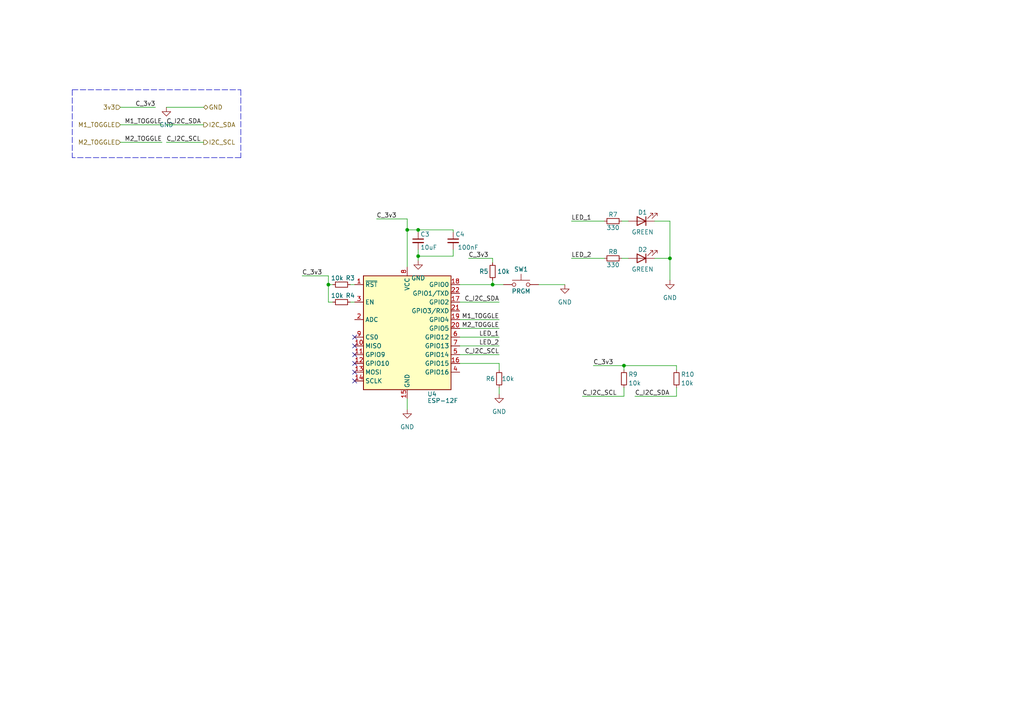
<source format=kicad_sch>
(kicad_sch (version 20211123) (generator eeschema)
  (paper "A4")
  (lib_symbols
    (symbol "Device:C_Small" (pin_numbers hide) (pin_names (offset 0.254) hide)
      (property "Reference" "C" (at 0.254 1.778 0))
      (property "Value" "C_Small" (at 0.254 -2.032 0))
      (symbol "C_Small_0_1"
        (polyline (pts (xy -1.524 -0.508) (xy 1.524 -0.508)) (stroke (width 0.3302)))
        (polyline (pts (xy -1.524 0.508) (xy 1.524 0.508)) (stroke (width 0.3048)))
      )
      (symbol "C_Small_1_1"
        (pin passive line (at 0 2.54 270) (length 2.032) (name "~") (number "1"))
        (pin passive line (at 0 -2.54 90) (length 2.032) (name "~") (number "2"))
      )
    )
    (symbol "Device:LED" (pin_numbers hide) (pin_names (offset 1.016) hide)
      (property "Reference" "D" (at 0 2.54 0))
      (property "Value" "LED" (at 0 -2.54 0))
      (symbol "LED_0_1"
        (polyline (pts (xy -1.27 -1.27) (xy -1.27 1.27)) (stroke (width 0.254)))
        (polyline (pts (xy -1.27 0) (xy 1.27 0)))
        (polyline (pts (xy 1.27 -1.27) (xy 1.27 1.27) (xy -1.27 0) (xy 1.27 -1.27)) (stroke (width 0.254)))
        (polyline (pts (xy -3.048 -0.762) (xy -4.572 -2.286) (xy -3.81 -2.286) (xy -4.572 -2.286) (xy -4.572 -1.524)))
        (polyline (pts (xy -1.778 -0.762) (xy -3.302 -2.286) (xy -2.54 -2.286) (xy -3.302 -2.286) (xy -3.302 -1.524)))
      )
      (symbol "LED_1_1"
        (pin passive line (at -3.81 0 0) (length 2.54) (name "K") (number "1"))
        (pin passive line (at 3.81 0 180) (length 2.54) (name "A") (number "2"))
      )
    )
    (symbol "Device:R_Small" (pin_numbers hide) (pin_names (offset 0.254) hide)
      (property "Reference" "R" (at 0.762 0.508 0))
      (property "Value" "R_Small" (at 0.762 -1.016 0))
      (symbol "R_Small_0_1"
        (rectangle (start -0.762 1.778) (end 0.762 -1.778) (stroke (width 0.2032)))
      )
      (symbol "R_Small_1_1"
        (pin passive line (at 0 2.54 270) (length 0.762) (name "~") (number "1"))
        (pin passive line (at 0 -2.54 90) (length 0.762) (name "~") (number "2"))
      )
    )
    (symbol "RF_Module:ESP-12F"
      (property "Reference" "U" (at -12.7 19.05 0))
      (property "Value" "ESP-12F" (at 12.7 19.05 0))
      (symbol "ESP-12F_0_1"
        (rectangle (start -12.7 17.78) (end 12.7 -15.24) (stroke (width 0.254)) (fill (type background)))
      )
      (symbol "ESP-12F_1_1"
        (pin input line (at -15.24 15.24 0) (length 2.54) (name "~{RST}") (number "1"))
        (pin bidirectional line (at -15.24 -2.54 0) (length 2.54) (name "MISO") (number "10"))
        (pin bidirectional line (at -15.24 -5.08 0) (length 2.54) (name "GPIO9") (number "11"))
        (pin bidirectional line (at -15.24 -7.62 0) (length 2.54) (name "GPIO10") (number "12"))
        (pin bidirectional line (at -15.24 -10.16 0) (length 2.54) (name "MOSI") (number "13"))
        (pin bidirectional line (at -15.24 -12.7 0) (length 2.54) (name "SCLK") (number "14"))
        (pin power_in line (at 0 -17.78 90) (length 2.54) (name "GND") (number "15"))
        (pin bidirectional line (at 15.24 -7.62 180) (length 2.54) (name "GPIO15") (number "16"))
        (pin bidirectional line (at 15.24 10.16 180) (length 2.54) (name "GPIO2") (number "17"))
        (pin bidirectional line (at 15.24 15.24 180) (length 2.54) (name "GPIO0") (number "18"))
        (pin bidirectional line (at 15.24 5.08 180) (length 2.54) (name "GPIO4") (number "19"))
        (pin input line (at -15.24 5.08 0) (length 2.54) (name "ADC") (number "2"))
        (pin bidirectional line (at 15.24 2.54 180) (length 2.54) (name "GPIO5") (number "20"))
        (pin bidirectional line (at 15.24 7.62 180) (length 2.54) (name "GPIO3/RXD") (number "21"))
        (pin bidirectional line (at 15.24 12.7 180) (length 2.54) (name "GPIO1/TXD") (number "22"))
        (pin input line (at -15.24 10.16 0) (length 2.54) (name "EN") (number "3"))
        (pin bidirectional line (at 15.24 -10.16 180) (length 2.54) (name "GPIO16") (number "4"))
        (pin bidirectional line (at 15.24 -5.08 180) (length 2.54) (name "GPIO14") (number "5"))
        (pin bidirectional line (at 15.24 0 180) (length 2.54) (name "GPIO12") (number "6"))
        (pin bidirectional line (at 15.24 -2.54 180) (length 2.54) (name "GPIO13") (number "7"))
        (pin power_in line (at 0 20.32 270) (length 2.54) (name "VCC") (number "8"))
        (pin input line (at -15.24 0 0) (length 2.54) (name "CS0") (number "9"))
      )
    )
    (symbol "Switch:SW_Push" (pin_numbers hide) (pin_names (offset 1.016) hide)
      (property "Reference" "SW" (at 1.27 2.54 0))
      (property "Value" "SW_Push" (at 0 -1.524 0))
      (symbol "SW_Push_0_1"
        (circle (center -2.032 0) (radius 0.508))
        (polyline (pts (xy 0 1.27) (xy 0 3.048)))
        (polyline (pts (xy 2.54 1.27) (xy -2.54 1.27)))
        (circle (center 2.032 0) (radius 0.508))
        (pin passive line (at -5.08 0 0) (length 2.54) (name "1") (number "1"))
        (pin passive line (at 5.08 0 180) (length 2.54) (name "2") (number "2"))
      )
    )
    (symbol "power:GND" (power) (pin_names (offset 0))
      (property "Value" "GND" (at 0 -3.81 0))
      (symbol "GND_0_1"
        (polyline (pts (xy 0 0) (xy 0 -1.27) (xy 1.27 -1.27) (xy 0 -2.54) (xy -1.27 -1.27) (xy 0 -1.27)))
      )
      (symbol "GND_1_1"
        (pin power_in line (at 0 0 270) (length 0) hide (name "GND") (number "1"))
      )
    )
  )
  (junction (at 118.11 66.675))
  (junction (at 180.975 106.045))
  (junction (at 142.875 82.55))
  (junction (at 121.285 74.295))
  (junction (at 95.25 82.55))
  (junction (at 194.31 74.93))
  (junction (at 121.285 66.675))
  (no_connect (at 102.87 110.49))
  (no_connect (at 102.87 97.79))
  (no_connect (at 102.87 107.95))
  (no_connect (at 102.87 105.41))
  (no_connect (at 102.87 100.33))
  (no_connect (at 102.87 102.87))
  (wire (pts (xy 180.34 74.93) (xy 182.245 74.93)))
  (wire (pts (xy 142.875 74.93) (xy 142.875 76.2)))
  (wire (pts (xy 144.78 112.395) (xy 144.78 114.3)))
  (wire (pts (xy 165.735 64.135) (xy 175.26 64.135)))
  (wire (pts (xy 101.6 82.55) (xy 102.87 82.55)))
  (polyline (pts (xy 69.85 26.035) (xy 69.85 45.72)))
  (wire (pts (xy 48.26 41.275) (xy 59.055 41.275)))
  (wire (pts (xy 135.89 74.93) (xy 142.875 74.93)))
  (wire (pts (xy 165.735 74.93) (xy 175.26 74.93)))
  (polyline (pts (xy 69.85 45.72) (xy 20.955 45.72)))
  (wire (pts (xy 131.445 72.39) (xy 131.445 74.295)))
  (wire (pts (xy 34.925 31.115) (xy 45.085 31.115)))
  (wire (pts (xy 121.285 66.675) (xy 121.285 67.31)))
  (wire (pts (xy 87.63 80.01) (xy 95.25 80.01)))
  (wire (pts (xy 133.35 87.63) (xy 144.78 87.63)))
  (wire (pts (xy 118.11 66.675) (xy 121.285 66.675)))
  (wire (pts (xy 133.35 105.41) (xy 144.78 105.41)))
  (wire (pts (xy 180.34 64.135) (xy 182.245 64.135)))
  (wire (pts (xy 95.25 80.01) (xy 95.25 82.55)))
  (wire (pts (xy 172.085 106.045) (xy 180.975 106.045)))
  (wire (pts (xy 48.26 31.115) (xy 59.055 31.115)))
  (wire (pts (xy 196.215 106.045) (xy 196.215 107.315)))
  (wire (pts (xy 121.285 74.295) (xy 131.445 74.295)))
  (wire (pts (xy 189.865 64.135) (xy 194.31 64.135)))
  (wire (pts (xy 34.925 41.275) (xy 46.99 41.275)))
  (wire (pts (xy 133.35 82.55) (xy 142.875 82.55)))
  (wire (pts (xy 168.91 114.935) (xy 180.975 114.935)))
  (wire (pts (xy 133.35 100.33) (xy 144.78 100.33)))
  (polyline (pts (xy 20.955 26.035) (xy 69.85 26.035)))
  (wire (pts (xy 118.11 63.5) (xy 118.11 66.675)))
  (wire (pts (xy 180.975 106.045) (xy 180.975 107.315)))
  (wire (pts (xy 121.285 74.295) (xy 121.285 75.565)))
  (wire (pts (xy 101.6 87.63) (xy 102.87 87.63)))
  (wire (pts (xy 194.31 74.93) (xy 194.31 81.28)))
  (wire (pts (xy 189.865 74.93) (xy 194.31 74.93)))
  (wire (pts (xy 133.35 95.25) (xy 144.78 95.25)))
  (wire (pts (xy 142.875 81.28) (xy 142.875 82.55)))
  (wire (pts (xy 156.21 82.55) (xy 163.83 82.55)))
  (wire (pts (xy 133.35 97.79) (xy 144.78 97.79)))
  (wire (pts (xy 118.11 115.57) (xy 118.11 118.745)))
  (wire (pts (xy 180.975 112.395) (xy 180.975 114.935)))
  (wire (pts (xy 121.285 66.675) (xy 131.445 66.675)))
  (wire (pts (xy 96.52 82.55) (xy 95.25 82.55)))
  (wire (pts (xy 95.25 87.63) (xy 95.25 82.55)))
  (wire (pts (xy 121.285 72.39) (xy 121.285 74.295)))
  (wire (pts (xy 133.35 102.87) (xy 144.78 102.87)))
  (wire (pts (xy 180.975 106.045) (xy 196.215 106.045)))
  (wire (pts (xy 194.31 64.135) (xy 194.31 74.93)))
  (wire (pts (xy 34.925 36.195) (xy 46.99 36.195)))
  (wire (pts (xy 133.35 92.71) (xy 144.78 92.71)))
  (wire (pts (xy 118.11 66.675) (xy 118.11 77.47)))
  (wire (pts (xy 131.445 66.675) (xy 131.445 67.31)))
  (wire (pts (xy 144.78 105.41) (xy 144.78 107.315)))
  (polyline (pts (xy 20.955 26.035) (xy 20.955 45.72)))
  (wire (pts (xy 109.22 63.5) (xy 118.11 63.5)))
  (wire (pts (xy 96.52 87.63) (xy 95.25 87.63)))
  (wire (pts (xy 48.26 36.195) (xy 59.055 36.195)))
  (wire (pts (xy 196.215 112.395) (xy 196.215 114.935)))
  (wire (pts (xy 142.875 82.55) (xy 146.05 82.55)))
  (wire (pts (xy 184.15 114.935) (xy 196.215 114.935)))
  (label "C_I2C_SCL" (at 168.91 114.935 0))
  (label "LED_1" (at 144.78 97.79 180))
  (label "C_3v3" (at 135.89 74.93 0))
  (label "M1_TOGGLE" (at 144.78 92.71 180))
  (label "M2_TOGGLE" (at 144.78 95.25 180))
  (label "LED_2" (at 144.78 100.33 180))
  (label "C_I2C_SDA" (at 184.15 114.935 0))
  (label "C_3v3" (at 172.085 106.045 0))
  (label "C_3v3" (at 109.22 63.5 0))
  (label "C_I2C_SCL" (at 144.78 102.87 180))
  (label "M1_TOGGLE" (at 46.99 36.195 180))
  (label "C_3v3" (at 87.63 80.01 0))
  (label "C_I2C_SDA" (at 144.78 87.63 180))
  (label "M2_TOGGLE" (at 46.99 41.275 180))
  (label "C_I2C_SCL" (at 48.26 41.275 0))
  (label "LED_1" (at 165.735 64.135 0))
  (label "LED_2" (at 165.735 74.93 0))
  (label "C_I2C_SDA" (at 48.26 36.195 0))
  (label "C_3v3" (at 45.085 31.115 180))
  (hierarchical_label "M2_TOGGLE" (shape input) (at 34.925 41.275 180))
  (hierarchical_label "I2C_SDA" (shape output) (at 59.055 36.195 0))
  (hierarchical_label "M1_TOGGLE" (shape input) (at 34.925 36.195 180))
  (hierarchical_label "I2C_SCL" (shape output) (at 59.055 41.275 0))
  (hierarchical_label "3v3" (shape input) (at 34.925 31.115 180))
  (hierarchical_label "GND" (shape bidirectional) (at 59.055 31.115 0))
  (symbol (lib_id "Device:R_Small") (at 180.975 109.855 0) (unit 1)
    (property "Reference" "R9" (at 182.245 108.5849 0) (effects (justify left)))
    (property "Value" "10k" (at 182.245 111.1249 0) (effects (justify left)))
    (property "Footprint" "Resistor_SMD:R_0603_1608Metric" (effects hide))
    (property "LCSC Part Number" "C99198" (effects hide))
    (property "Manufacturer" "YAGEO" (effects hide))
    (property "Manufacturer Part Number" "RC0603JR-0710KL" (effects hide))
  )
  (symbol (lib_id "RF_Module:ESP-12F") (at 118.11 97.79 0) (unit 1)
    (property "Reference" "U4" (at 123.9394 114.3 0) (effects (justify left)))
    (property "Value" "ESP-12F" (at 123.9394 116.205 0) (effects (justify left)))
    (property "Footprint" "RF_Module:ESP-12E" (effects hide))
    (property "Datasheet" "http://wiki.ai-thinker.com/_media/esp8266/esp8266_series_modules_user_manual_v1.1.pdf" (effects hide))
    (property "LCSC Part Number" "C82891" (effects hide))
    (property "Manufacturer" "Ai-Thinker" (effects hide))
    (property "Manufacturer Part Number" "ESP-12F(ESP8266MOD)" (effects hide))
  )
  (symbol (lib_id "Device:C_Small") (at 131.445 69.85 0) (unit 1)
    (property "Reference" "C4" (at 132.08 67.9512 0) (effects (justify left)))
    (property "Value" "100nF" (at 132.715 71.7612 0) (effects (justify left)))
    (property "Footprint" "Capacitor_SMD:C_0603_1608Metric" (effects hide))
    (property "LCSC Part Number" "C30926" (effects hide))
    (property "Manufacturer" "FH (Guangdong Fenghua Advanced Tech)" (effects hide))
    (property "Manufacturer Part Number" "0603B104K500NT" (effects hide))
  )
  (symbol (lib_id "Device:R_Small") (at 99.06 87.63 90) (unit 1)
    (property "Reference" "R4" (at 101.6 85.725 90))
    (property "Value" "10k" (at 97.79 85.725 90))
    (property "Footprint" "Resistor_SMD:R_0603_1608Metric" (effects hide))
    (property "LCSC Part Number" "C99198" (effects hide))
    (property "Manufacturer" "YAGEO" (effects hide))
    (property "Manufacturer Part Number" "RC0603JR-0710KL" (effects hide))
  )
  (symbol (lib_id "Device:R_Small") (at 177.8 74.93 90) (unit 1)
    (property "Reference" "R8" (at 177.8 73.025 90))
    (property "Value" "330" (at 177.8 76.835 90))
    (property "Footprint" "Resistor_SMD:R_0603_1608Metric" (effects hide))
    (property "LCSC Part Number" "C25229" (effects hide))
    (property "Manufacturer" "UNI-ROYAL(Uniroyal Elec)" (effects hide))
    (property "Manufacturer Part Number" "0603WAJ0301T5E" (effects hide))
  )
  (symbol (lib_id "Device:C_Small") (at 121.285 69.85 0) (unit 1)
    (property "Reference" "C3" (at 121.92 67.9512 0) (effects (justify left)))
    (property "Value" "10uF" (at 121.92 71.7612 0) (effects (justify left)))
    (property "Footprint" "Capacitor_SMD:C_0603_1608Metric" (effects hide))
    (property "LCSC Part Number" "C100042" (effects hide))
    (property "Manufacturer" "YAGEO" (effects hide))
    (property "Manufacturer Part Number" "CC0603KRX7R9BB103" (effects hide))
  )
  (symbol (lib_id "power:GND") (at 121.285 75.565 0) (unit 1)
    (property "Reference" "#PWR014" (effects hide))
    (property "Value" "GND" (at 121.285 80.645 0))
  )
  (symbol (lib_id "power:GND") (at 118.11 118.745 0) (unit 1)
    (property "Reference" "#PWR013" (effects hide))
    (property "Value" "GND" (at 118.11 123.825 0))
  )
  (symbol (lib_id "Device:R_Small") (at 177.8 64.135 90) (unit 1)
    (property "Reference" "R7" (at 177.8 62.23 90))
    (property "Value" "330" (at 177.8 66.04 90))
    (property "Footprint" "Resistor_SMD:R_0603_1608Metric" (effects hide))
    (property "LCSC Part Number" "C25229" (effects hide))
    (property "Manufacturer" "UNI-ROYAL(Uniroyal Elec)" (effects hide))
    (property "Manufacturer Part Number" "0603WAJ0301T5E" (effects hide))
  )
  (symbol (lib_id "Device:R_Small") (at 99.06 82.55 90) (unit 1)
    (property "Reference" "R3" (at 101.6 80.645 90))
    (property "Value" "10k" (at 97.79 80.645 90))
    (property "Footprint" "Resistor_SMD:R_0603_1608Metric" (effects hide))
    (property "LCSC Part Number" "C99198" (effects hide))
    (property "Manufacturer" "YAGEO" (effects hide))
    (property "Manufacturer Part Number" "RC0603JR-0710KL" (effects hide))
  )
  (symbol (lib_id "Device:LED") (at 186.055 64.135 180) (unit 1)
    (property "Reference" "D1" (at 186.3725 61.595 0))
    (property "Value" "GREEN" (at 186.3725 67.31 0))
    (property "Footprint" "LED_SMD:LED_0805_2012Metric" (effects hide))
    (property "LCSC Part Number" "C434432" (effects hide))
    (property "Manufacturer" "Yongyu Photoelectric" (effects hide))
    (property "Manufacturer Part Number" "SZYY0805G" (effects hide))
  )
  (symbol (lib_id "Device:LED") (at 186.055 74.93 180) (unit 1)
    (property "Reference" "D2" (at 186.3725 72.39 0))
    (property "Value" "GREEN" (at 186.3725 78.105 0))
    (property "Footprint" "LED_SMD:LED_0805_2012Metric" (effects hide))
    (property "LCSC Part Number" "C434432" (effects hide))
    (property "Manufacturer" "Yongyu Photoelectric" (effects hide))
    (property "Manufacturer Part Number" "SZYY0805G" (effects hide))
  )
  (symbol (lib_id "power:GND") (at 194.31 81.28 0) (unit 1)
    (property "Reference" "#PWR017" (effects hide))
    (property "Value" "GND" (at 194.31 86.36 0))
  )
  (symbol (lib_id "Switch:SW_Push") (at 151.13 82.55 0) (unit 1)
    (property "Reference" "SW1" (at 151.13 78.105 0))
    (property "Value" "PRGM" (at 151.13 84.455 0))
    (property "Footprint" "Library:TS-1187A-B-A-B" (effects hide))
    (property "LCSC Part Number" "C318884" (effects hide))
    (property "Manufacturer" "XKB Connectivity" (effects hide))
    (property "Manufacturer Part Number" "TS-1187A-B-A-B" (effects hide))
  )
  (symbol (lib_id "power:GND") (at 48.26 31.115 0) (unit 1)
    (property "Reference" "#PWR012" (effects hide))
    (property "Value" "GND" (at 48.26 36.195 0))
  )
  (symbol (lib_id "power:GND") (at 144.78 114.3 0) (unit 1)
    (property "Reference" "#PWR015" (effects hide))
    (property "Value" "GND" (at 144.78 119.38 0))
  )
  (symbol (lib_id "power:GND") (at 163.83 82.55 0) (unit 1)
    (property "Reference" "#PWR016" (effects hide))
    (property "Value" "GND" (at 163.83 87.63 0))
  )
  (symbol (lib_id "Device:R_Small") (at 196.215 109.855 0) (unit 1)
    (property "Reference" "R10" (at 197.485 108.5849 0) (effects (justify left)))
    (property "Value" "10k" (at 197.485 111.1249 0) (effects (justify left)))
    (property "Footprint" "Resistor_SMD:R_0603_1608Metric" (effects hide))
    (property "LCSC Part Number" "C99198" (effects hide))
    (property "Manufacturer" "YAGEO" (effects hide))
    (property "Manufacturer Part Number" "RC0603JR-0710KL" (effects hide))
  )
  (symbol (lib_id "Device:R_Small") (at 144.78 109.855 180) (unit 1)
    (property "Reference" "R6" (at 142.24 109.855 0))
    (property "Value" "10k" (at 147.32 109.855 0))
    (property "Footprint" "Resistor_SMD:R_0603_1608Metric" (effects hide))
    (property "LCSC Part Number" "C99198" (effects hide))
    (property "Manufacturer" "YAGEO" (effects hide))
    (property "Manufacturer Part Number" "RC0603JR-0710KL" (effects hide))
  )
  (symbol (lib_id "Device:R_Small") (at 142.875 78.74 180) (unit 1)
    (property "Reference" "R5" (at 140.335 78.74 0))
    (property "Value" "10k" (at 146.05 78.74 0))
    (property "Footprint" "Resistor_SMD:R_0603_1608Metric" (effects hide))
    (property "LCSC Part Number" "C99198" (effects hide))
    (property "Manufacturer" "YAGEO" (effects hide))
    (property "Manufacturer Part Number" "RC0603JR-0710KL" (effects hide))
  )
)
</source>
